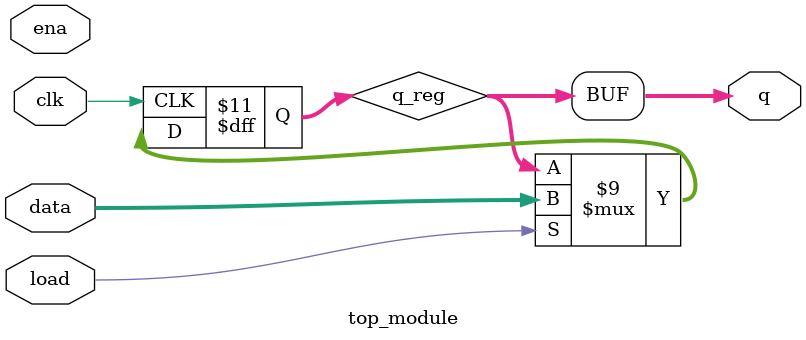
<source format=sv>
module top_module(
  input clk,
  input load,
  input [1:0] ena,
  input [99:0] data,
  output reg [99:0] q);

  reg [99:0] q_reg;
  
  always @(posedge clk) begin
    if (load)
      q_reg <= data;
    else if (ena == 2'b01) begin
      q_reg <= {q_reg[99:1], q_reg[0]};
    end else if (ena == 2'b10) begin
      q_reg <= {q_reg[1:99], q_reg[0]};
    end else begin
      q_reg <= q_reg;
    end
  end

  assign q = q_reg;

endmodule

</source>
